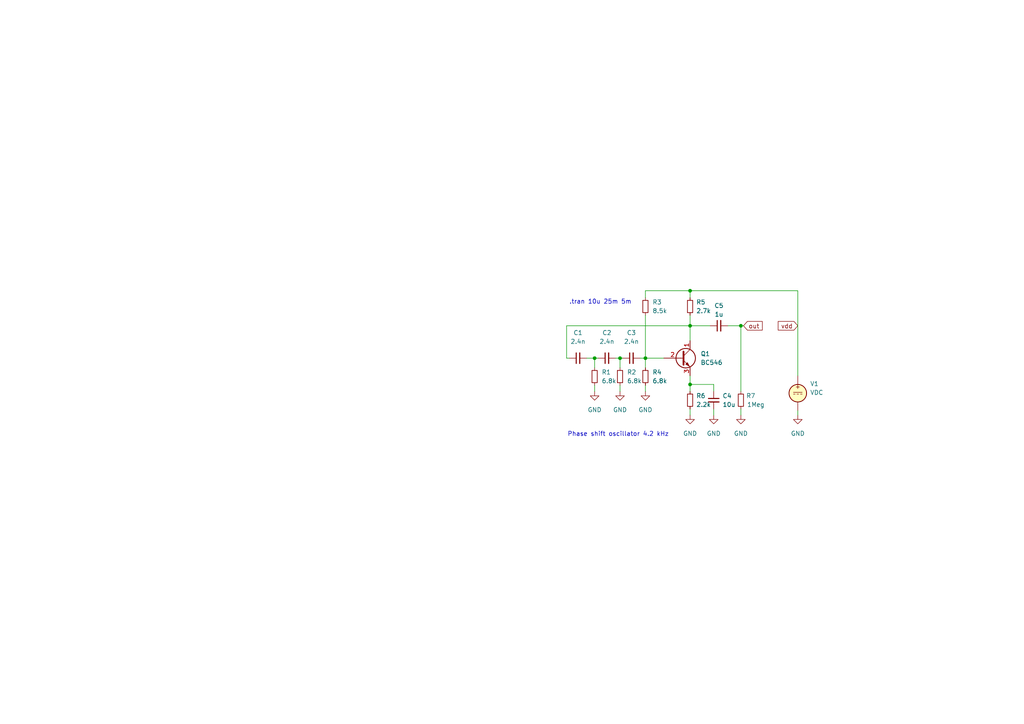
<source format=kicad_sch>
(kicad_sch (version 20211123) (generator eeschema)
  (paper "A4")
  (lib_symbols
    (symbol "Device:C_Small" (pin_numbers hide) (pin_names (offset 0.254) hide)
      (property "Reference" "C" (at 0.254 1.778 0))
      (property "Value" "C_Small" (at 0.254 -2.032 0))
      (symbol "C_Small_0_1"
        (polyline (pts (xy -1.524 -0.508) (xy 1.524 -0.508)) (stroke (width 0.3302)))
        (polyline (pts (xy -1.524 0.508) (xy 1.524 0.508)) (stroke (width 0.3048)))
      )
      (symbol "C_Small_1_1"
        (pin passive line (at 0 2.54 270) (length 2.032) (name "~") (number "1"))
        (pin passive line (at 0 -2.54 90) (length 2.032) (name "~") (number "2"))
      )
    )
    (symbol "Device:R_Small" (pin_numbers hide) (pin_names (offset 0.254) hide)
      (property "Reference" "R" (at 0.762 0.508 0))
      (property "Value" "R_Small" (at 0.762 -1.016 0))
      (symbol "R_Small_0_1"
        (rectangle (start -0.762 1.778) (end 0.762 -1.778) (stroke (width 0.2032)))
      )
      (symbol "R_Small_1_1"
        (pin passive line (at 0 2.54 270) (length 0.762) (name "~") (number "1"))
        (pin passive line (at 0 -2.54 90) (length 0.762) (name "~") (number "2"))
      )
    )
    (symbol "Simulation_SPICE:VDC" (pin_numbers hide) (pin_names (offset 0.0254))
      (property "Reference" "V" (at 2.54 2.54 0))
      (property "Value" "VDC" (at 2.54 0 0))
      (property "Spice_Model" "dc(1)" (at 2.54 -2.54 0))
      (symbol "VDC_0_0"
        (polyline (pts (xy -1.27 0.254) (xy 1.27 0.254)))
        (polyline (pts (xy -0.762 -0.254) (xy -1.27 -0.254)))
        (polyline (pts (xy 0.254 -0.254) (xy -0.254 -0.254)))
        (polyline (pts (xy 1.27 -0.254) (xy 0.762 -0.254)))
        (text "+" (at 0 1.905 0) (effects (font (size 1.27 1.27))))
      )
      (symbol "VDC_0_1"
        (circle (center 0 0) (radius 2.54) (stroke (width 0.254)) (fill (type background)))
      )
      (symbol "VDC_1_1"
        (pin passive line (at 0 5.08 270) (length 2.54) (name "~") (number "1"))
        (pin passive line (at 0 -5.08 90) (length 2.54) (name "~") (number "2"))
      )
    )
    (symbol "Transistor_BJT:BC546" (pin_names (offset 0) hide)
      (property "Reference" "Q" (at 5.08 1.905 0))
      (property "Value" "BC546" (at 5.08 0 0))
      (symbol "BC546_0_1"
        (polyline (pts (xy 0 0) (xy 0.635 0)))
        (polyline (pts (xy 0.635 0.635) (xy 2.54 2.54)))
        (polyline (pts (xy 0.635 -0.635) (xy 2.54 -2.54) (xy 2.54 -2.54)))
        (polyline (pts (xy 0.635 1.905) (xy 0.635 -1.905) (xy 0.635 -1.905)) (stroke (width 0.508)))
        (polyline (pts (xy 1.27 -1.778) (xy 1.778 -1.27) (xy 2.286 -2.286) (xy 1.27 -1.778) (xy 1.27 -1.778)) (fill (type outline)))
        (circle (center 1.27 0) (radius 2.8194) (stroke (width 0.254)))
      )
      (symbol "BC546_1_1"
        (pin passive line (at 2.54 5.08 270) (length 2.54) (name "C") (number "1"))
        (pin input line (at -5.08 0 0) (length 5.08) (name "B") (number "2"))
        (pin passive line (at 2.54 -5.08 90) (length 2.54) (name "E") (number "3"))
      )
    )
    (symbol "power:GND" (power) (pin_names (offset 0))
      (property "Value" "GND" (at 0 -3.81 0))
      (symbol "GND_0_1"
        (polyline (pts (xy 0 0) (xy 0 -1.27) (xy 1.27 -1.27) (xy 0 -2.54) (xy -1.27 -1.27) (xy 0 -1.27)))
      )
      (symbol "GND_1_1"
        (pin power_in line (at 0 0 270) (length 0) hide (name "GND") (number "1"))
      )
    )
  )
  (junction (at 172.466 103.886))
  (junction (at 200.152 111.506))
  (junction (at 179.832 103.886))
  (junction (at 214.884 94.488))
  (junction (at 187.198 103.886))
  (junction (at 200.152 84.328))
  (junction (at 200.152 94.488))
  (wire (pts (xy 200.152 108.966) (xy 200.152 111.506)))
  (wire (pts (xy 231.394 119.126) (xy 231.394 120.396)))
  (wire (pts (xy 200.152 91.44) (xy 200.152 94.488)))
  (wire (pts (xy 200.152 84.328) (xy 200.152 86.36)))
  (wire (pts (xy 179.832 111.76) (xy 179.832 113.538)))
  (wire (pts (xy 231.394 84.328) (xy 231.394 108.966)))
  (wire (pts (xy 207.01 118.618) (xy 207.01 120.396)))
  (wire (pts (xy 200.152 94.488) (xy 200.152 98.806)))
  (wire (pts (xy 164.338 103.886) (xy 165.1 103.886)))
  (wire (pts (xy 207.01 111.506) (xy 207.01 113.538)))
  (wire (pts (xy 200.152 84.328) (xy 231.394 84.328)))
  (wire (pts (xy 164.338 94.488) (xy 200.152 94.488)))
  (wire (pts (xy 185.674 103.886) (xy 187.198 103.886)))
  (wire (pts (xy 211.074 94.488) (xy 214.884 94.488)))
  (wire (pts (xy 200.152 94.488) (xy 205.994 94.488)))
  (wire (pts (xy 200.152 111.506) (xy 207.01 111.506)))
  (wire (pts (xy 172.466 103.886) (xy 172.466 106.68)))
  (wire (pts (xy 172.466 111.76) (xy 172.466 113.538)))
  (wire (pts (xy 192.532 103.886) (xy 187.198 103.886)))
  (wire (pts (xy 187.198 103.886) (xy 187.198 91.44)))
  (wire (pts (xy 178.562 103.886) (xy 179.832 103.886)))
  (wire (pts (xy 187.198 84.328) (xy 200.152 84.328)))
  (wire (pts (xy 200.152 118.618) (xy 200.152 120.396)))
  (wire (pts (xy 170.18 103.886) (xy 172.466 103.886)))
  (wire (pts (xy 164.338 103.886) (xy 164.338 94.488)))
  (wire (pts (xy 179.832 103.886) (xy 179.832 106.68)))
  (wire (pts (xy 214.884 94.488) (xy 214.884 113.538)))
  (wire (pts (xy 180.594 103.886) (xy 179.832 103.886)))
  (wire (pts (xy 214.884 94.488) (xy 215.646 94.488)))
  (wire (pts (xy 187.198 111.76) (xy 187.198 113.538)))
  (wire (pts (xy 200.152 111.506) (xy 200.152 113.538)))
  (wire (pts (xy 187.198 86.36) (xy 187.198 84.328)))
  (wire (pts (xy 214.884 118.618) (xy 214.884 120.396)))
  (wire (pts (xy 187.198 103.886) (xy 187.198 106.68)))
  (wire (pts (xy 173.482 103.886) (xy 172.466 103.886)))
  (text "Phase shift oscillator 4.2 kHz" (at 164.592 126.746 0) (effects (font (size 1.27 1.27)) (justify left bottom)))
  (text ".tran 10u 25m 5m" (at 165.1 88.392 0) (effects (font (size 1.27 1.27)) (justify left bottom)))
  (global_label "out" (shape input) (at 215.646 94.488 0) (property "Intersheet References" "${INTERSHEET_REFS}" (effects hide)))
  (global_label "vdd" (shape input) (at 231.394 94.488 180) (property "Intersheet References" "${INTERSHEET_REFS}" (effects hide)))
  (symbol (lib_id "Device:C_Small") (at 207.01 116.078 0) (unit 1)
    (property "Reference" "C4" (at 209.55 114.8142 0) (effects (justify left)))
    (property "Value" "10u" (at 209.55 117.3542 0) (effects (justify left)))
  )
  (symbol (lib_id "Simulation_SPICE:VDC") (at 231.394 114.046 0) (unit 1)
    (property "Reference" "V1" (at 234.95 111.3161 0) (effects (justify left)))
    (property "Value" "VDC" (at 234.95 113.8561 0) (effects (justify left)))
    (property "Spice_Netlist_Enabled" "Y" (effects hide))
    (property "Spice_Primitive" "V" (effects hide))
    (property "Spice_Model" "5" (at 234.95 116.3961 0) (effects (justify left)))
  )
  (symbol (lib_id "Device:R_Small") (at 200.152 88.9 0) (unit 1)
    (property "Reference" "R5" (at 201.93 87.6299 0) (effects (justify left)))
    (property "Value" "2.7k" (at 201.93 90.1699 0) (effects (justify left)))
  )
  (symbol (lib_id "Device:R_Small") (at 214.884 116.078 0) (unit 1)
    (property "Reference" "R7" (at 216.408 114.8079 0) (effects (justify left)))
    (property "Value" "1Meg" (at 216.662 117.348 0) (effects (justify left)))
  )
  (symbol (lib_id "Device:C_Small") (at 208.534 94.488 90) (unit 1)
    (property "Reference" "C5" (at 208.534 88.646 90))
    (property "Value" "1u" (at 208.534 91.186 90))
  )
  (symbol (lib_id "power:GND") (at 214.884 120.396 0) (unit 1)
    (property "Reference" "#PWR06" (effects hide))
    (property "Value" "GND" (at 214.884 125.73 0))
  )
  (symbol (lib_id "Transistor_BJT:BC546") (at 197.612 103.886 0) (unit 1)
    (property "Reference" "Q1" (at 203.2 102.6159 0) (effects (justify left)))
    (property "Value" "BC546" (at 203.2 105.1559 0) (effects (justify left)))
    (property "Footprint" "Package_TO_SOT_THT:TO-92_Inline" (effects hide))
    (property "Datasheet" "https://www.onsemi.com/pub/Collateral/BC550-D.pdf" (effects hide))
    (property "Spice_Primitive" "Q" (effects hide))
    (property "Spice_Model" "BC546B" (effects hide))
    (property "Spice_Netlist_Enabled" "Y" (effects hide))
    (property "Spice_Lib_File" "BC546.lib" (effects hide))
  )
  (symbol (lib_id "power:GND") (at 231.394 120.396 0) (unit 1)
    (property "Reference" "#PWR07" (effects hide))
    (property "Value" "GND" (at 231.394 125.73 0))
  )
  (symbol (lib_id "Device:C_Small") (at 176.022 103.886 90) (unit 1)
    (property "Reference" "C2" (at 176.0283 96.52 90))
    (property "Value" "2.4n" (at 176.0283 99.06 90))
  )
  (symbol (lib_id "power:GND") (at 179.832 113.538 0) (unit 1)
    (property "Reference" "#PWR02" (effects hide))
    (property "Value" "GND" (at 179.832 118.872 0))
  )
  (symbol (lib_id "Device:R_Small") (at 179.832 109.22 0) (unit 1)
    (property "Reference" "R2" (at 181.864 107.9499 0) (effects (justify left)))
    (property "Value" "6.8k" (at 181.864 110.4899 0) (effects (justify left)))
  )
  (symbol (lib_id "Device:C_Small") (at 167.64 103.886 90) (unit 1)
    (property "Reference" "C1" (at 167.6463 96.52 90))
    (property "Value" "2.4n" (at 167.6463 99.06 90))
  )
  (symbol (lib_id "power:GND") (at 172.466 113.538 0) (unit 1)
    (property "Reference" "#PWR01" (effects hide))
    (property "Value" "GND" (at 172.466 118.872 0))
  )
  (symbol (lib_id "Device:R_Small") (at 187.198 88.9 0) (unit 1)
    (property "Reference" "R3" (at 189.23 87.6299 0) (effects (justify left)))
    (property "Value" "8.5k" (at 189.23 90.1699 0) (effects (justify left)))
  )
  (symbol (lib_id "Device:C_Small") (at 183.134 103.886 90) (unit 1)
    (property "Reference" "C3" (at 183.1403 96.52 90))
    (property "Value" "2.4n" (at 183.1403 99.06 90))
  )
  (symbol (lib_id "power:GND") (at 207.01 120.396 0) (unit 1)
    (property "Reference" "#PWR05" (effects hide))
    (property "Value" "GND" (at 207.01 125.73 0))
  )
  (symbol (lib_id "Device:R_Small") (at 172.466 109.22 0) (unit 1)
    (property "Reference" "R1" (at 174.498 107.9499 0) (effects (justify left)))
    (property "Value" "6.8k" (at 174.498 110.4899 0) (effects (justify left)))
  )
  (symbol (lib_id "power:GND") (at 200.152 120.396 0) (unit 1)
    (property "Reference" "#PWR04" (effects hide))
    (property "Value" "GND" (at 200.152 125.73 0))
  )
  (symbol (lib_id "Device:R_Small") (at 187.198 109.22 0) (unit 1)
    (property "Reference" "R4" (at 189.23 107.9499 0) (effects (justify left)))
    (property "Value" "6.8k" (at 189.23 110.4899 0) (effects (justify left)))
  )
  (symbol (lib_id "Device:R_Small") (at 200.152 116.078 0) (unit 1)
    (property "Reference" "R6" (at 201.93 114.8079 0) (effects (justify left)))
    (property "Value" "2.2k" (at 201.93 117.3479 0) (effects (justify left)))
  )
  (symbol (lib_id "power:GND") (at 187.198 113.538 0) (unit 1)
    (property "Reference" "#PWR03" (effects hide))
    (property "Value" "GND" (at 187.198 118.872 0))
  )
)
</source>
